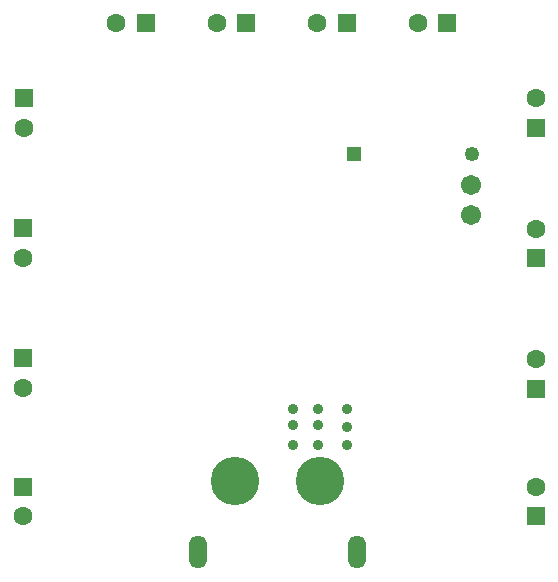
<source format=gbs>
G04*
G04 #@! TF.GenerationSoftware,Altium Limited,Altium Designer,24.3.1 (35)*
G04*
G04 Layer_Color=16711935*
%FSLAX44Y44*%
%MOMM*%
G71*
G04*
G04 #@! TF.SameCoordinates,2743B645-7AAA-4EDF-9A08-FFA43F89998A*
G04*
G04*
G04 #@! TF.FilePolarity,Negative*
G04*
G01*
G75*
%ADD16C,4.1032*%
%ADD17C,1.6032*%
%ADD18R,1.6032X1.6032*%
%ADD19R,1.6032X1.6032*%
%ADD20C,1.7032*%
%ADD21R,1.2500X1.2500*%
%ADD22C,1.2500*%
%ADD23O,1.5032X2.8032*%
%ADD24C,0.9032*%
D16*
X284920Y78740D02*
D03*
X212920D02*
D03*
D17*
X33020Y48460D02*
D03*
Y157257D02*
D03*
X467360Y73460D02*
D03*
Y181410D02*
D03*
Y291900D02*
D03*
Y402390D02*
D03*
X367230Y466090D02*
D03*
X282140D02*
D03*
X197050D02*
D03*
X111960D02*
D03*
X34290Y377390D02*
D03*
X33020Y267323D02*
D03*
D18*
Y182257D02*
D03*
X467360Y48460D02*
D03*
Y156410D02*
D03*
Y266900D02*
D03*
Y377390D02*
D03*
X34290Y402390D02*
D03*
X33020Y292323D02*
D03*
Y73460D02*
D03*
D19*
X392230Y466090D02*
D03*
X307140D02*
D03*
X222050D02*
D03*
X136960D02*
D03*
D20*
X412750Y328930D02*
D03*
Y303530D02*
D03*
D21*
X313220Y355600D02*
D03*
D22*
X413220D02*
D03*
D23*
X181420Y18740D02*
D03*
X316420D02*
D03*
D24*
X307340Y139700D02*
D03*
X283210D02*
D03*
X261620D02*
D03*
Y125730D02*
D03*
X283210D02*
D03*
X307340Y124460D02*
D03*
Y109220D02*
D03*
X283210D02*
D03*
X261620D02*
D03*
M02*

</source>
